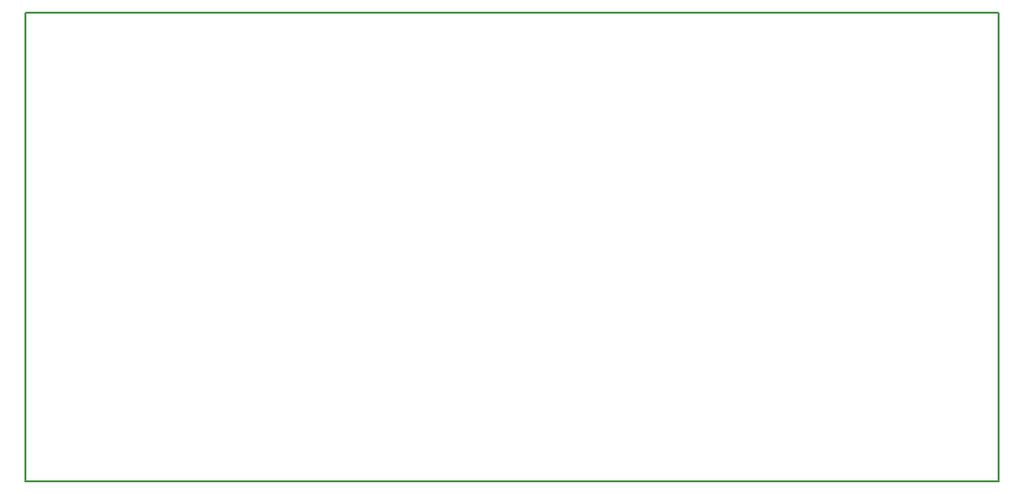
<source format=gbr>
%TF.GenerationSoftware,KiCad,Pcbnew,6.99.0-unknown-f8b157a1fb~149~ubuntu22.04.1*%
%TF.CreationDate,2022-10-15T12:14:30+11:00*%
%TF.ProjectId,STSPIN32G4,53545350-494e-4333-9247-342e6b696361,rev?*%
%TF.SameCoordinates,Original*%
%TF.FileFunction,Profile,NP*%
%FSLAX46Y46*%
G04 Gerber Fmt 4.6, Leading zero omitted, Abs format (unit mm)*
G04 Created by KiCad (PCBNEW 6.99.0-unknown-f8b157a1fb~149~ubuntu22.04.1) date 2022-10-15 12:14:30*
%MOMM*%
%LPD*%
G01*
G04 APERTURE LIST*
%TA.AperFunction,Profile*%
%ADD10C,0.200000*%
%TD*%
G04 APERTURE END LIST*
D10*
X-60960000Y24130000D02*
X23368000Y24130000D01*
X23368000Y24130000D02*
X23368000Y-16510000D01*
X23368000Y-16510000D02*
X-60960000Y-16510000D01*
X-60960000Y-16510000D02*
X-60960000Y24130000D01*
M02*

</source>
